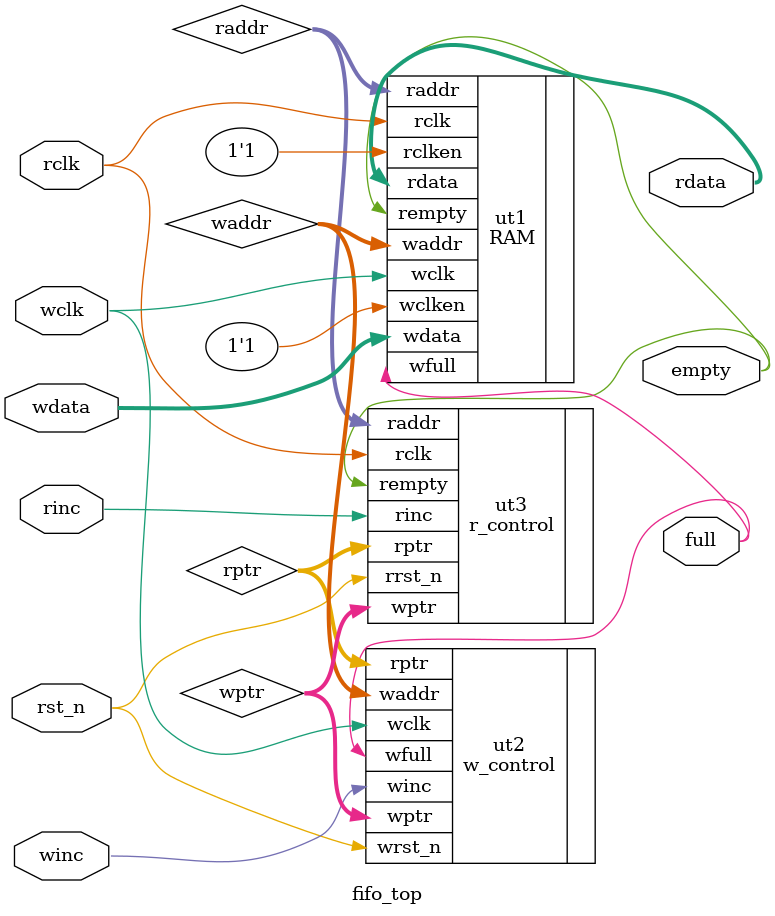
<source format=v>
module fifo_top
#(parameter ADDSIZE  = 8,//能够存储256个数据
  parameter DATASIZE = 8 //每个数据位宽为8位
 )
(
 input wclk,rclk,rst_n,winc,rinc,
 input [DATASIZE-1:0]wdata,
 output[DATASIZE-1:0]rdata,
 output full,empty
);

wire[ADDSIZE-1:0]waddr;
wire[ADDSIZE-1:0]raddr;
wire[ADDSIZE:0]rptr;
wire[ADDSIZE:0]wptr;

RAM ut1(
 .waddr(waddr),
 .raddr(raddr),
 .wdata(wdata),
 .wclk(wclk),
 .wclken(1'b1),
 .wfull(full),
 .rempty(empty),
 .rclk(rclk),
 .rclken(1'b1),
 .rdata(rdata)
 );

w_control ut2(
 .wclk(wclk),
 .wrst_n(rst_n),
 .winc(winc),
 .rptr(rptr),
 .waddr(waddr),
 .wfull(full),
 .wptr(wptr)
);

r_control ut3(
 .rclk(rclk),
 .rrst_n(rst_n),
 .rinc(rinc),
 .wptr(wptr),
 .raddr(raddr),
 .rempty(empty),
 .rptr(rptr)
 );

 endmodule

</source>
